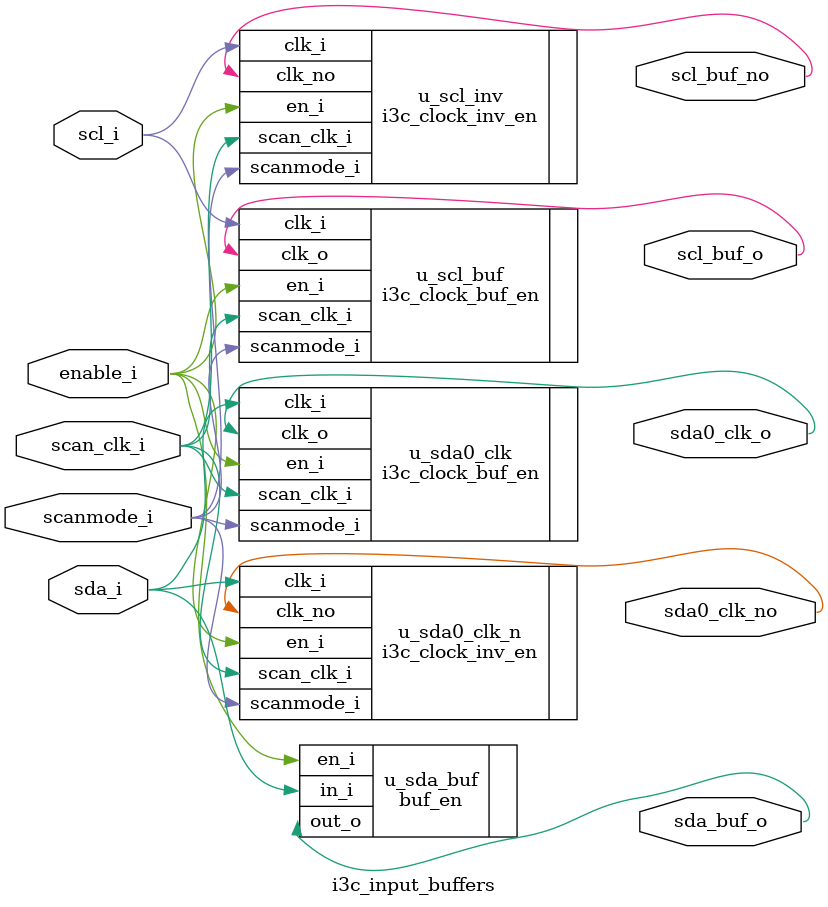
<source format=sv>

module i3c_input_buffers
#(
  parameter int unsigned NumSDALanes = 1
) (
  input                     enable_i,

  input                     scl_i,
  input   [NumSDALanes-1:0] sda_i,

  output                    scl_buf_o,
  output                    scl_buf_no,
  output                    sda0_clk_o,
  output                    sda0_clk_no,
  output  [NumSDALanes-1:0] sda_buf_o,

  // DFT-related signals.
  input                     scan_clk_i,
  input                     scanmode_i
);

  // SCL and SDA inputs, and their negations, are used in as clocks in some parts of the IP block,
  // and the logic driven also required a DFT scan chain clock.
  //
  // Additionally the 'enable_i' signal can be used to protect the logic from disconnected SCL/SDA
  // inputs or other activity when the Target logic is not ready to process traffic.

  // Buffered SCL input.
  i3c_clock_buf_en #(
    .OutDisabled  (1'b1),
    .NoFpgaBufG   (1'b0)
  ) u_scl_buf (
    .en_i       (enable_i),
    .clk_i      (scl_i),
    .scanmode_i (scanmode_i),
    .scan_clk_i (scan_clk_i),
    .clk_o      (scl_buf_o)
  );
  // Inverted buffered SCL input.
  i3c_clock_inv_en #(
    .OutDisabled  (1'b0),
    .NoFpgaBufG   (1'b0)
  ) u_scl_inv (
    .en_i       (enable_i),
    .clk_i      (scl_i),
    .scanmode_i (scanmode_i),
    .scan_clk_i (scan_clk_i),
    .clk_no     (scl_buf_no)
  );

  // Buffer SDA input and use it as a clock.
  i3c_clock_buf_en #(
    .OutDisabled  (1'b1),
    .NoFpgaBufG   (1'b0)
  ) u_sda0_clk (
    .en_i       (enable_i),
    .clk_i      (sda_i[0]),
    .scanmode_i (scanmode_i),
    .scan_clk_i (scan_clk_i),
    .clk_o      (sda0_clk_o)
  );
  // Inverted buffered SDA input, used as a clock.
  i3c_clock_inv_en #(
    .OutDisabled  (1'b0),
    .NoFpgaBufG   (1'b0)
  ) u_sda0_clk_n (
    .en_i       (enable_i),
    .clk_i      (sda_i[0]),
    .scanmode_i (scanmode_i),
    .scan_clk_i (scan_clk_i),
    .clk_no     (sda0_clk_no)
  );

  // Data buffering, to avoid SCL-relative skew.
  buf_en #(
    .Width        (NumSDALanes),
    .OutDisabled  ({NumSDALanes{1'b1}})
  ) u_sda_buf (
    .en_i       (enable_i),
    .in_i       (sda_i),
    .out_o      (sda_buf_o)
  );

endmodule

</source>
